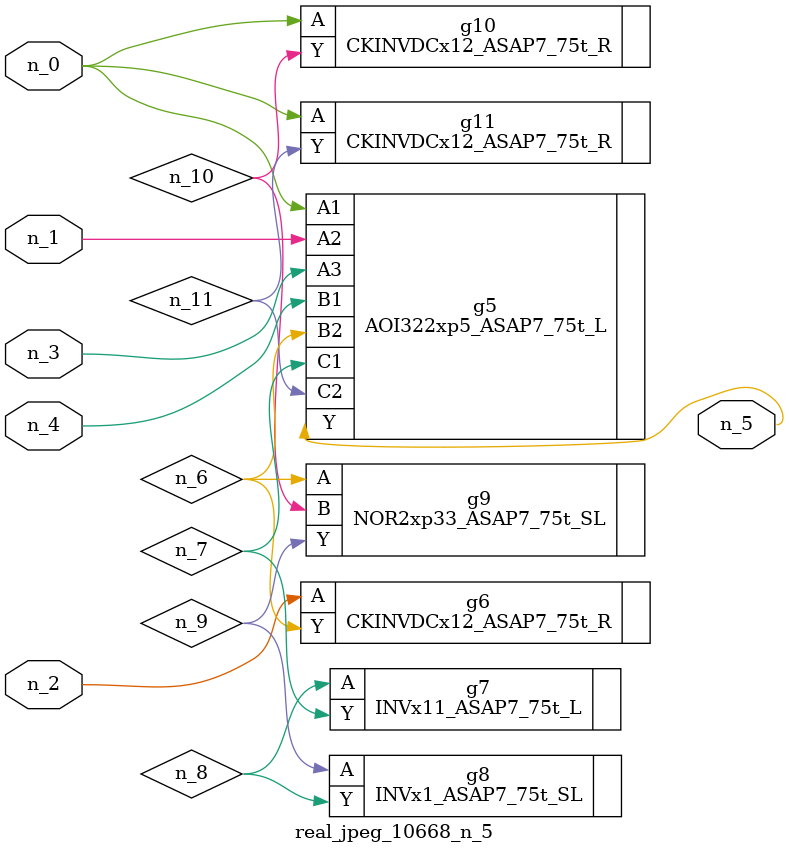
<source format=v>
module real_jpeg_10668_n_5 (n_4, n_0, n_1, n_2, n_3, n_5);

input n_4;
input n_0;
input n_1;
input n_2;
input n_3;

output n_5;

wire n_8;
wire n_11;
wire n_6;
wire n_7;
wire n_10;
wire n_9;

AOI322xp5_ASAP7_75t_L g5 ( 
.A1(n_0),
.A2(n_1),
.A3(n_3),
.B1(n_4),
.B2(n_6),
.C1(n_7),
.C2(n_11),
.Y(n_5)
);

CKINVDCx12_ASAP7_75t_R g10 ( 
.A(n_0),
.Y(n_10)
);

CKINVDCx12_ASAP7_75t_R g11 ( 
.A(n_0),
.Y(n_11)
);

CKINVDCx12_ASAP7_75t_R g6 ( 
.A(n_2),
.Y(n_6)
);

NOR2xp33_ASAP7_75t_SL g9 ( 
.A(n_6),
.B(n_10),
.Y(n_9)
);

INVx11_ASAP7_75t_L g7 ( 
.A(n_8),
.Y(n_7)
);

INVx1_ASAP7_75t_SL g8 ( 
.A(n_9),
.Y(n_8)
);


endmodule
</source>
